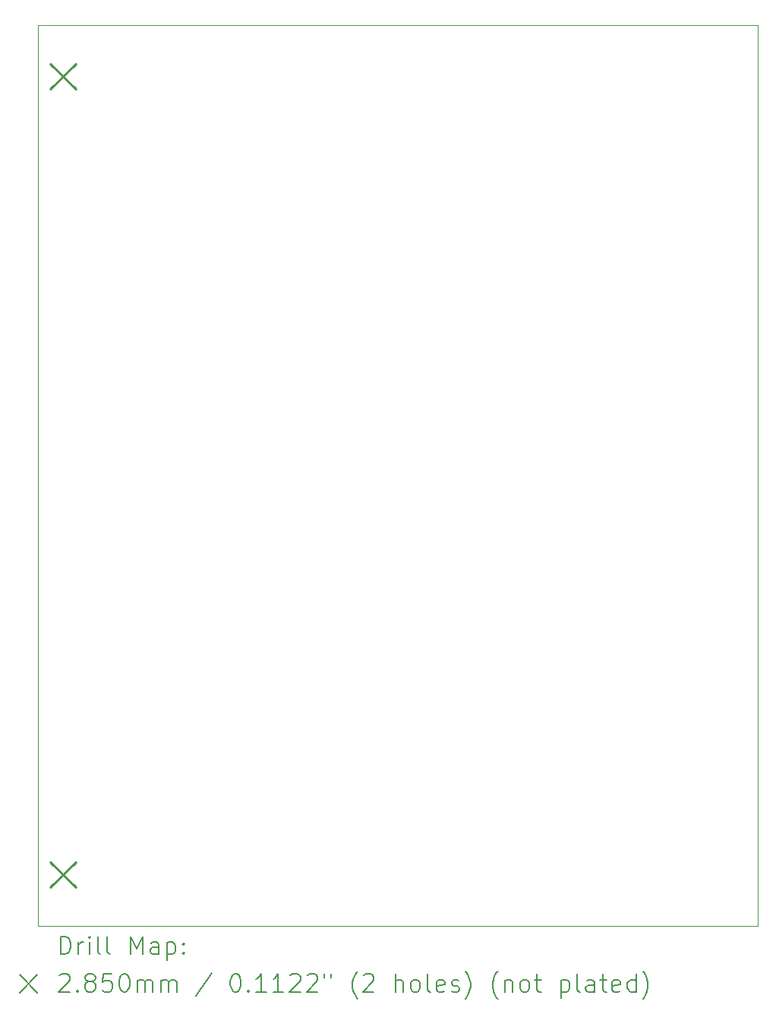
<source format=gbr>
%TF.GenerationSoftware,KiCad,Pcbnew,(6.0.8-1)-1*%
%TF.CreationDate,2023-09-26T17:12:29+03:00*%
%TF.ProjectId,A410_Podule_Ram_RPI,41343130-5f50-46f6-9475-6c655f52616d,rev?*%
%TF.SameCoordinates,Original*%
%TF.FileFunction,Drillmap*%
%TF.FilePolarity,Positive*%
%FSLAX45Y45*%
G04 Gerber Fmt 4.5, Leading zero omitted, Abs format (unit mm)*
G04 Created by KiCad (PCBNEW (6.0.8-1)-1) date 2023-09-26 17:12:29*
%MOMM*%
%LPD*%
G01*
G04 APERTURE LIST*
%ADD10C,0.100000*%
%ADD11C,0.200000*%
%ADD12C,0.285000*%
G04 APERTURE END LIST*
D10*
X7010400Y-13766800D02*
X7010400Y-3733800D01*
X15036800Y-13766800D02*
X7010400Y-13766800D01*
X15036800Y-13766800D02*
X15036800Y-3733800D01*
X7010400Y-3733800D02*
X15036800Y-3733800D01*
D11*
D12*
X7147300Y-4162800D02*
X7432300Y-4447800D01*
X7432300Y-4162800D02*
X7147300Y-4447800D01*
X7147300Y-13052800D02*
X7432300Y-13337800D01*
X7432300Y-13052800D02*
X7147300Y-13337800D01*
D11*
X7263019Y-14082276D02*
X7263019Y-13882276D01*
X7310638Y-13882276D01*
X7339209Y-13891800D01*
X7358257Y-13910848D01*
X7367781Y-13929895D01*
X7377305Y-13967990D01*
X7377305Y-13996562D01*
X7367781Y-14034657D01*
X7358257Y-14053705D01*
X7339209Y-14072752D01*
X7310638Y-14082276D01*
X7263019Y-14082276D01*
X7463019Y-14082276D02*
X7463019Y-13948943D01*
X7463019Y-13987038D02*
X7472543Y-13967990D01*
X7482067Y-13958467D01*
X7501114Y-13948943D01*
X7520162Y-13948943D01*
X7586828Y-14082276D02*
X7586828Y-13948943D01*
X7586828Y-13882276D02*
X7577305Y-13891800D01*
X7586828Y-13901324D01*
X7596352Y-13891800D01*
X7586828Y-13882276D01*
X7586828Y-13901324D01*
X7710638Y-14082276D02*
X7691590Y-14072752D01*
X7682067Y-14053705D01*
X7682067Y-13882276D01*
X7815400Y-14082276D02*
X7796352Y-14072752D01*
X7786828Y-14053705D01*
X7786828Y-13882276D01*
X8043971Y-14082276D02*
X8043971Y-13882276D01*
X8110638Y-14025133D01*
X8177305Y-13882276D01*
X8177305Y-14082276D01*
X8358257Y-14082276D02*
X8358257Y-13977514D01*
X8348733Y-13958467D01*
X8329686Y-13948943D01*
X8291590Y-13948943D01*
X8272543Y-13958467D01*
X8358257Y-14072752D02*
X8339209Y-14082276D01*
X8291590Y-14082276D01*
X8272543Y-14072752D01*
X8263019Y-14053705D01*
X8263019Y-14034657D01*
X8272543Y-14015609D01*
X8291590Y-14006086D01*
X8339209Y-14006086D01*
X8358257Y-13996562D01*
X8453495Y-13948943D02*
X8453495Y-14148943D01*
X8453495Y-13958467D02*
X8472543Y-13948943D01*
X8510638Y-13948943D01*
X8529686Y-13958467D01*
X8539210Y-13967990D01*
X8548733Y-13987038D01*
X8548733Y-14044181D01*
X8539210Y-14063228D01*
X8529686Y-14072752D01*
X8510638Y-14082276D01*
X8472543Y-14082276D01*
X8453495Y-14072752D01*
X8634448Y-14063228D02*
X8643971Y-14072752D01*
X8634448Y-14082276D01*
X8624924Y-14072752D01*
X8634448Y-14063228D01*
X8634448Y-14082276D01*
X8634448Y-13958467D02*
X8643971Y-13967990D01*
X8634448Y-13977514D01*
X8624924Y-13967990D01*
X8634448Y-13958467D01*
X8634448Y-13977514D01*
X6805400Y-14311800D02*
X7005400Y-14511800D01*
X7005400Y-14311800D02*
X6805400Y-14511800D01*
X7253495Y-14321324D02*
X7263019Y-14311800D01*
X7282067Y-14302276D01*
X7329686Y-14302276D01*
X7348733Y-14311800D01*
X7358257Y-14321324D01*
X7367781Y-14340371D01*
X7367781Y-14359419D01*
X7358257Y-14387990D01*
X7243971Y-14502276D01*
X7367781Y-14502276D01*
X7453495Y-14483228D02*
X7463019Y-14492752D01*
X7453495Y-14502276D01*
X7443971Y-14492752D01*
X7453495Y-14483228D01*
X7453495Y-14502276D01*
X7577305Y-14387990D02*
X7558257Y-14378467D01*
X7548733Y-14368943D01*
X7539209Y-14349895D01*
X7539209Y-14340371D01*
X7548733Y-14321324D01*
X7558257Y-14311800D01*
X7577305Y-14302276D01*
X7615400Y-14302276D01*
X7634448Y-14311800D01*
X7643971Y-14321324D01*
X7653495Y-14340371D01*
X7653495Y-14349895D01*
X7643971Y-14368943D01*
X7634448Y-14378467D01*
X7615400Y-14387990D01*
X7577305Y-14387990D01*
X7558257Y-14397514D01*
X7548733Y-14407038D01*
X7539209Y-14426086D01*
X7539209Y-14464181D01*
X7548733Y-14483228D01*
X7558257Y-14492752D01*
X7577305Y-14502276D01*
X7615400Y-14502276D01*
X7634448Y-14492752D01*
X7643971Y-14483228D01*
X7653495Y-14464181D01*
X7653495Y-14426086D01*
X7643971Y-14407038D01*
X7634448Y-14397514D01*
X7615400Y-14387990D01*
X7834448Y-14302276D02*
X7739209Y-14302276D01*
X7729686Y-14397514D01*
X7739209Y-14387990D01*
X7758257Y-14378467D01*
X7805876Y-14378467D01*
X7824924Y-14387990D01*
X7834448Y-14397514D01*
X7843971Y-14416562D01*
X7843971Y-14464181D01*
X7834448Y-14483228D01*
X7824924Y-14492752D01*
X7805876Y-14502276D01*
X7758257Y-14502276D01*
X7739209Y-14492752D01*
X7729686Y-14483228D01*
X7967781Y-14302276D02*
X7986828Y-14302276D01*
X8005876Y-14311800D01*
X8015400Y-14321324D01*
X8024924Y-14340371D01*
X8034448Y-14378467D01*
X8034448Y-14426086D01*
X8024924Y-14464181D01*
X8015400Y-14483228D01*
X8005876Y-14492752D01*
X7986828Y-14502276D01*
X7967781Y-14502276D01*
X7948733Y-14492752D01*
X7939209Y-14483228D01*
X7929686Y-14464181D01*
X7920162Y-14426086D01*
X7920162Y-14378467D01*
X7929686Y-14340371D01*
X7939209Y-14321324D01*
X7948733Y-14311800D01*
X7967781Y-14302276D01*
X8120162Y-14502276D02*
X8120162Y-14368943D01*
X8120162Y-14387990D02*
X8129686Y-14378467D01*
X8148733Y-14368943D01*
X8177305Y-14368943D01*
X8196352Y-14378467D01*
X8205876Y-14397514D01*
X8205876Y-14502276D01*
X8205876Y-14397514D02*
X8215400Y-14378467D01*
X8234448Y-14368943D01*
X8263019Y-14368943D01*
X8282067Y-14378467D01*
X8291590Y-14397514D01*
X8291590Y-14502276D01*
X8386828Y-14502276D02*
X8386828Y-14368943D01*
X8386828Y-14387990D02*
X8396352Y-14378467D01*
X8415400Y-14368943D01*
X8443971Y-14368943D01*
X8463019Y-14378467D01*
X8472543Y-14397514D01*
X8472543Y-14502276D01*
X8472543Y-14397514D02*
X8482067Y-14378467D01*
X8501114Y-14368943D01*
X8529686Y-14368943D01*
X8548733Y-14378467D01*
X8558257Y-14397514D01*
X8558257Y-14502276D01*
X8948733Y-14292752D02*
X8777305Y-14549895D01*
X9205876Y-14302276D02*
X9224924Y-14302276D01*
X9243971Y-14311800D01*
X9253495Y-14321324D01*
X9263019Y-14340371D01*
X9272543Y-14378467D01*
X9272543Y-14426086D01*
X9263019Y-14464181D01*
X9253495Y-14483228D01*
X9243971Y-14492752D01*
X9224924Y-14502276D01*
X9205876Y-14502276D01*
X9186829Y-14492752D01*
X9177305Y-14483228D01*
X9167781Y-14464181D01*
X9158257Y-14426086D01*
X9158257Y-14378467D01*
X9167781Y-14340371D01*
X9177305Y-14321324D01*
X9186829Y-14311800D01*
X9205876Y-14302276D01*
X9358257Y-14483228D02*
X9367781Y-14492752D01*
X9358257Y-14502276D01*
X9348733Y-14492752D01*
X9358257Y-14483228D01*
X9358257Y-14502276D01*
X9558257Y-14502276D02*
X9443971Y-14502276D01*
X9501114Y-14502276D02*
X9501114Y-14302276D01*
X9482067Y-14330848D01*
X9463019Y-14349895D01*
X9443971Y-14359419D01*
X9748733Y-14502276D02*
X9634448Y-14502276D01*
X9691590Y-14502276D02*
X9691590Y-14302276D01*
X9672543Y-14330848D01*
X9653495Y-14349895D01*
X9634448Y-14359419D01*
X9824924Y-14321324D02*
X9834448Y-14311800D01*
X9853495Y-14302276D01*
X9901114Y-14302276D01*
X9920162Y-14311800D01*
X9929686Y-14321324D01*
X9939210Y-14340371D01*
X9939210Y-14359419D01*
X9929686Y-14387990D01*
X9815400Y-14502276D01*
X9939210Y-14502276D01*
X10015400Y-14321324D02*
X10024924Y-14311800D01*
X10043971Y-14302276D01*
X10091590Y-14302276D01*
X10110638Y-14311800D01*
X10120162Y-14321324D01*
X10129686Y-14340371D01*
X10129686Y-14359419D01*
X10120162Y-14387990D01*
X10005876Y-14502276D01*
X10129686Y-14502276D01*
X10205876Y-14302276D02*
X10205876Y-14340371D01*
X10282067Y-14302276D02*
X10282067Y-14340371D01*
X10577305Y-14578467D02*
X10567781Y-14568943D01*
X10548733Y-14540371D01*
X10539210Y-14521324D01*
X10529686Y-14492752D01*
X10520162Y-14445133D01*
X10520162Y-14407038D01*
X10529686Y-14359419D01*
X10539210Y-14330848D01*
X10548733Y-14311800D01*
X10567781Y-14283228D01*
X10577305Y-14273705D01*
X10643971Y-14321324D02*
X10653495Y-14311800D01*
X10672543Y-14302276D01*
X10720162Y-14302276D01*
X10739210Y-14311800D01*
X10748733Y-14321324D01*
X10758257Y-14340371D01*
X10758257Y-14359419D01*
X10748733Y-14387990D01*
X10634448Y-14502276D01*
X10758257Y-14502276D01*
X10996352Y-14502276D02*
X10996352Y-14302276D01*
X11082067Y-14502276D02*
X11082067Y-14397514D01*
X11072543Y-14378467D01*
X11053495Y-14368943D01*
X11024924Y-14368943D01*
X11005876Y-14378467D01*
X10996352Y-14387990D01*
X11205876Y-14502276D02*
X11186828Y-14492752D01*
X11177305Y-14483228D01*
X11167781Y-14464181D01*
X11167781Y-14407038D01*
X11177305Y-14387990D01*
X11186828Y-14378467D01*
X11205876Y-14368943D01*
X11234448Y-14368943D01*
X11253495Y-14378467D01*
X11263019Y-14387990D01*
X11272543Y-14407038D01*
X11272543Y-14464181D01*
X11263019Y-14483228D01*
X11253495Y-14492752D01*
X11234448Y-14502276D01*
X11205876Y-14502276D01*
X11386828Y-14502276D02*
X11367781Y-14492752D01*
X11358257Y-14473705D01*
X11358257Y-14302276D01*
X11539209Y-14492752D02*
X11520162Y-14502276D01*
X11482067Y-14502276D01*
X11463019Y-14492752D01*
X11453495Y-14473705D01*
X11453495Y-14397514D01*
X11463019Y-14378467D01*
X11482067Y-14368943D01*
X11520162Y-14368943D01*
X11539209Y-14378467D01*
X11548733Y-14397514D01*
X11548733Y-14416562D01*
X11453495Y-14435609D01*
X11624924Y-14492752D02*
X11643971Y-14502276D01*
X11682067Y-14502276D01*
X11701114Y-14492752D01*
X11710638Y-14473705D01*
X11710638Y-14464181D01*
X11701114Y-14445133D01*
X11682067Y-14435609D01*
X11653495Y-14435609D01*
X11634448Y-14426086D01*
X11624924Y-14407038D01*
X11624924Y-14397514D01*
X11634448Y-14378467D01*
X11653495Y-14368943D01*
X11682067Y-14368943D01*
X11701114Y-14378467D01*
X11777305Y-14578467D02*
X11786828Y-14568943D01*
X11805876Y-14540371D01*
X11815400Y-14521324D01*
X11824924Y-14492752D01*
X11834448Y-14445133D01*
X11834448Y-14407038D01*
X11824924Y-14359419D01*
X11815400Y-14330848D01*
X11805876Y-14311800D01*
X11786828Y-14283228D01*
X11777305Y-14273705D01*
X12139209Y-14578467D02*
X12129686Y-14568943D01*
X12110638Y-14540371D01*
X12101114Y-14521324D01*
X12091590Y-14492752D01*
X12082067Y-14445133D01*
X12082067Y-14407038D01*
X12091590Y-14359419D01*
X12101114Y-14330848D01*
X12110638Y-14311800D01*
X12129686Y-14283228D01*
X12139209Y-14273705D01*
X12215400Y-14368943D02*
X12215400Y-14502276D01*
X12215400Y-14387990D02*
X12224924Y-14378467D01*
X12243971Y-14368943D01*
X12272543Y-14368943D01*
X12291590Y-14378467D01*
X12301114Y-14397514D01*
X12301114Y-14502276D01*
X12424924Y-14502276D02*
X12405876Y-14492752D01*
X12396352Y-14483228D01*
X12386828Y-14464181D01*
X12386828Y-14407038D01*
X12396352Y-14387990D01*
X12405876Y-14378467D01*
X12424924Y-14368943D01*
X12453495Y-14368943D01*
X12472543Y-14378467D01*
X12482067Y-14387990D01*
X12491590Y-14407038D01*
X12491590Y-14464181D01*
X12482067Y-14483228D01*
X12472543Y-14492752D01*
X12453495Y-14502276D01*
X12424924Y-14502276D01*
X12548733Y-14368943D02*
X12624924Y-14368943D01*
X12577305Y-14302276D02*
X12577305Y-14473705D01*
X12586828Y-14492752D01*
X12605876Y-14502276D01*
X12624924Y-14502276D01*
X12843971Y-14368943D02*
X12843971Y-14568943D01*
X12843971Y-14378467D02*
X12863019Y-14368943D01*
X12901114Y-14368943D01*
X12920162Y-14378467D01*
X12929686Y-14387990D01*
X12939209Y-14407038D01*
X12939209Y-14464181D01*
X12929686Y-14483228D01*
X12920162Y-14492752D01*
X12901114Y-14502276D01*
X12863019Y-14502276D01*
X12843971Y-14492752D01*
X13053495Y-14502276D02*
X13034448Y-14492752D01*
X13024924Y-14473705D01*
X13024924Y-14302276D01*
X13215400Y-14502276D02*
X13215400Y-14397514D01*
X13205876Y-14378467D01*
X13186828Y-14368943D01*
X13148733Y-14368943D01*
X13129686Y-14378467D01*
X13215400Y-14492752D02*
X13196352Y-14502276D01*
X13148733Y-14502276D01*
X13129686Y-14492752D01*
X13120162Y-14473705D01*
X13120162Y-14454657D01*
X13129686Y-14435609D01*
X13148733Y-14426086D01*
X13196352Y-14426086D01*
X13215400Y-14416562D01*
X13282067Y-14368943D02*
X13358257Y-14368943D01*
X13310638Y-14302276D02*
X13310638Y-14473705D01*
X13320162Y-14492752D01*
X13339209Y-14502276D01*
X13358257Y-14502276D01*
X13501114Y-14492752D02*
X13482067Y-14502276D01*
X13443971Y-14502276D01*
X13424924Y-14492752D01*
X13415400Y-14473705D01*
X13415400Y-14397514D01*
X13424924Y-14378467D01*
X13443971Y-14368943D01*
X13482067Y-14368943D01*
X13501114Y-14378467D01*
X13510638Y-14397514D01*
X13510638Y-14416562D01*
X13415400Y-14435609D01*
X13682067Y-14502276D02*
X13682067Y-14302276D01*
X13682067Y-14492752D02*
X13663019Y-14502276D01*
X13624924Y-14502276D01*
X13605876Y-14492752D01*
X13596352Y-14483228D01*
X13586828Y-14464181D01*
X13586828Y-14407038D01*
X13596352Y-14387990D01*
X13605876Y-14378467D01*
X13624924Y-14368943D01*
X13663019Y-14368943D01*
X13682067Y-14378467D01*
X13758257Y-14578467D02*
X13767781Y-14568943D01*
X13786828Y-14540371D01*
X13796352Y-14521324D01*
X13805876Y-14492752D01*
X13815400Y-14445133D01*
X13815400Y-14407038D01*
X13805876Y-14359419D01*
X13796352Y-14330848D01*
X13786828Y-14311800D01*
X13767781Y-14283228D01*
X13758257Y-14273705D01*
M02*

</source>
